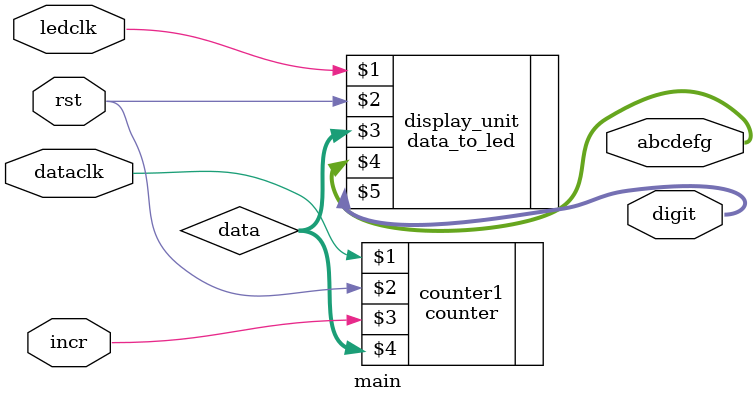
<source format=sv>
module main (
    input logic dataclk,
    input logic incr,
    input logic rst,

    input logic ledclk,
    output [6:0] abcdefg,
    output [3:0] digit
);
    
    logic [15:0] data;

    localparam WIDTH = 16;

    counter #(.WIDTH(WIDTH)) counter1 (dataclk, rst, incr, data);

    data_to_led display_unit (ledclk, rst, data, abcdefg, digit);
    
endmodule
</source>
